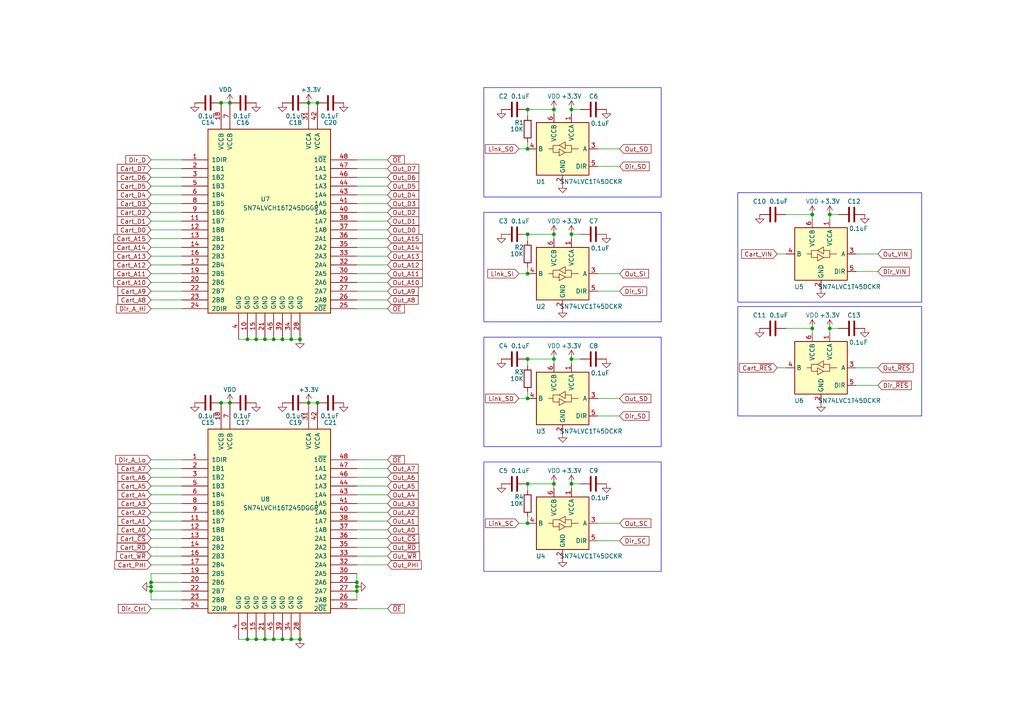
<source format=kicad_sch>
(kicad_sch (version 20230121) (generator eeschema)
  (paper "A4")
  (lib_symbols
    (symbol "Device:C" (pin_numbers hide) (pin_names (offset 0.254))
      (property "Reference" "C" (at 0.635 2.54 0))
      (property "Value" "C" (at 0.635 -2.54 0))
      (symbol "C_0_1"
        (polyline (pts (xy -2.032 -0.762) (xy 2.032 -0.762)) (stroke (width 0.508)))
        (polyline (pts (xy -2.032 0.762) (xy 2.032 0.762)) (stroke (width 0.508)))
      )
      (symbol "C_1_1"
        (pin passive line (at 0 3.81 270) (length 2.794) (name "~") (number "1"))
        (pin passive line (at 0 -3.81 90) (length 2.794) (name "~") (number "2"))
      )
    )
    (symbol "Device:R" (pin_numbers hide) (pin_names (offset 0))
      (property "Reference" "R" (at 2.032 0 90))
      (property "Value" "R" (at 0 0 90))
      (symbol "R_0_1"
        (rectangle (start -1.016 -2.54) (end 1.016 2.54) (stroke (width 0.254)))
      )
      (symbol "R_1_1"
        (pin passive line (at 0 3.81 270) (length 1.27) (name "~") (number "1"))
        (pin passive line (at 0 -3.81 90) (length 1.27) (name "~") (number "2"))
      )
    )
    (symbol "Logic_LevelTranslator:SN74LVC1T45DCK"
      (property "Reference" "U" (at -6.35 8.89 0))
      (property "Value" "SN74LVC1T45DCK" (at 3.81 8.89 0))
      (symbol "SN74LVC1T45DCK_0_1"
        (rectangle (start -7.62 7.62) (end 7.62 -7.62) (stroke (width 0.254)) (fill (type background)))
        (polyline (pts (xy -2.54 0) (xy -2.54 1.016) (xy -0.762 1.016)))
        (polyline (pts (xy 2.794 0) (xy 2.794 -1.016) (xy 1.016 -1.016)))
        (polyline (pts (xy -0.762 -1.016) (xy -2.54 -1.016) (xy -2.54 0) (xy -4.572 0)))
        (polyline (pts (xy -0.762 0) (xy -0.762 2.032) (xy 1.016 1.016) (xy -0.762 0)))
        (polyline (pts (xy 1.016 1.016) (xy 2.794 1.016) (xy 2.794 0) (xy 4.064 0)))
        (polyline (pts (xy 1.016 0) (xy 1.016 -1.778) (xy 1.016 -2.032) (xy -0.762 -1.016) (xy 1.016 0)))
      )
      (symbol "SN74LVC1T45DCK_1_1"
        (pin power_in line (at -2.54 10.16 270) (length 2.54) (name "VCCA") (number "1"))
        (pin power_in line (at 0 -10.16 90) (length 2.54) (name "GND") (number "2"))
        (pin bidirectional line (at -10.16 0 0) (length 2.54) (name "A") (number "3"))
        (pin bidirectional line (at 10.16 0 180) (length 2.54) (name "B") (number "4"))
        (pin input line (at -10.16 -5.08 0) (length 2.54) (name "DIR") (number "5"))
        (pin power_in line (at 2.54 10.16 270) (length 2.54) (name "VCCB") (number "6"))
      )
    )
    (symbol "Misc:74LVCH16T245" (pin_names (offset 1.016))
      (property "Reference" "U" (at -5.08 15.24 0))
      (property "Value" "74LVCH16T245" (at -3.81 11.43 0))
      (symbol "74LVCH16T245_1_0"
        (rectangle (start -21.59 30.48) (end 13.97 -22.86) (stroke (width 0.254)) (fill (type background)))
      )
      (symbol "74LVCH16T245_1_1"
        (pin bidirectional line (at -29.21 21.59 0) (length 7.62) (name "1DIR") (number "1"))
        (pin bidirectional line (at -10.16 -30.48 90) (length 7.62) (name "GND") (number "10"))
        (pin bidirectional line (at -29.21 3.81 0) (length 7.62) (name "1B7") (number "11"))
        (pin bidirectional line (at -29.21 1.27 0) (length 7.62) (name "1B8") (number "12"))
        (pin bidirectional line (at -29.21 -1.27 0) (length 7.62) (name "2B1") (number "13"))
        (pin bidirectional line (at -29.21 -3.81 0) (length 7.62) (name "2B2") (number "14"))
        (pin bidirectional line (at -7.62 -30.48 90) (length 7.62) (name "GND") (number "15"))
        (pin bidirectional line (at -29.21 -6.35 0) (length 7.62) (name "2B3") (number "16"))
        (pin bidirectional line (at -29.21 -8.89 0) (length 7.62) (name "2B4") (number "17"))
        (pin power_in line (at -17.78 38.1 270) (length 7.62) (name "VCCB") (number "18"))
        (pin bidirectional line (at -29.21 -11.43 0) (length 7.62) (name "2B5") (number "19"))
        (pin bidirectional line (at -29.21 19.05 0) (length 7.62) (name "1B1") (number "2"))
        (pin bidirectional line (at -29.21 -13.97 0) (length 7.62) (name "2B6") (number "20"))
        (pin bidirectional line (at -5.08 -30.48 90) (length 7.62) (name "GND") (number "21"))
        (pin bidirectional line (at -29.21 -16.51 0) (length 7.62) (name "2B7") (number "22"))
        (pin bidirectional line (at -29.21 -19.05 0) (length 7.62) (name "2B8") (number "23"))
        (pin bidirectional line (at -29.21 -21.59 0) (length 7.62) (name "2DIR") (number "24"))
        (pin bidirectional line (at 21.59 -21.59 180) (length 7.62) (name "2~{OE}") (number "25"))
        (pin bidirectional line (at 21.59 -19.05 180) (length 7.62) (name "2A8") (number "26"))
        (pin bidirectional line (at 21.59 -16.51 180) (length 7.62) (name "2A7") (number "27"))
        (pin bidirectional line (at 5.08 -30.48 90) (length 7.62) (name "GND") (number "28"))
        (pin bidirectional line (at 21.59 -13.97 180) (length 7.62) (name "2A6") (number "29"))
        (pin bidirectional line (at -29.21 16.51 0) (length 7.62) (name "1B2") (number "3"))
        (pin bidirectional line (at 21.59 -11.43 180) (length 7.62) (name "2A5") (number "30"))
        (pin power_in line (at 7.62 38.1 270) (length 7.62) (name "VCCA") (number "31"))
        (pin bidirectional line (at 21.59 -8.89 180) (length 7.62) (name "2A4") (number "32"))
        (pin bidirectional line (at 21.59 -6.35 180) (length 7.62) (name "2A3") (number "33"))
        (pin bidirectional line (at 2.54 -30.48 90) (length 7.62) (name "GND") (number "34"))
        (pin bidirectional line (at 21.59 -3.81 180) (length 7.62) (name "2A2") (number "35"))
        (pin bidirectional line (at 21.59 -1.27 180) (length 7.62) (name "2A1") (number "36"))
        (pin bidirectional line (at 21.59 1.27 180) (length 7.62) (name "1A8") (number "37"))
        (pin bidirectional line (at 21.59 3.81 180) (length 7.62) (name "1A7") (number "38"))
        (pin bidirectional line (at 0 -30.48 90) (length 7.62) (name "GND") (number "39"))
        (pin bidirectional line (at -12.7 -30.48 90) (length 7.62) (name "GND") (number "4"))
        (pin bidirectional line (at 21.59 6.35 180) (length 7.62) (name "1A6") (number "40"))
        (pin bidirectional line (at 21.59 8.89 180) (length 7.62) (name "1A5") (number "41"))
        (pin power_in line (at 10.16 38.1 270) (length 7.62) (name "VCCA") (number "42"))
        (pin bidirectional line (at 21.59 11.43 180) (length 7.62) (name "1A4") (number "43"))
        (pin bidirectional line (at 21.59 13.97 180) (length 7.62) (name "1A3") (number "44"))
        (pin bidirectional line (at -2.54 -30.48 90) (length 7.62) (name "GND") (number "45"))
        (pin bidirectional line (at 21.59 16.51 180) (length 7.62) (name "1A2") (number "46"))
        (pin bidirectional line (at 21.59 19.05 180) (length 7.62) (name "1A1") (number "47"))
        (pin bidirectional line (at 21.59 21.59 180) (length 7.62) (name "1~{OE}") (number "48"))
        (pin bidirectional line (at -29.21 13.97 0) (length 7.62) (name "1B3") (number "5"))
        (pin bidirectional line (at -29.21 11.43 0) (length 7.62) (name "1B4") (number "6"))
        (pin power_in line (at -15.24 38.1 270) (length 7.62) (name "VCCB") (number "7"))
        (pin bidirectional line (at -29.21 8.89 0) (length 7.62) (name "1B5") (number "8"))
        (pin bidirectional line (at -29.21 6.35 0) (length 7.62) (name "1B6") (number "9"))
      )
    )
    (symbol "power:+3.3V" (power) (pin_names (offset 0))
      (property "Value" "+3.3V" (at 0 3.556 0))
      (symbol "+3.3V_0_1"
        (polyline (pts (xy -0.762 1.27) (xy 0 2.54)))
        (polyline (pts (xy 0 0) (xy 0 2.54)))
        (polyline (pts (xy 0 2.54) (xy 0.762 1.27)))
      )
      (symbol "+3.3V_1_1"
        (pin power_in line (at 0 0 90) (length 0) hide (name "+3.3V") (number "1"))
      )
    )
    (symbol "power:GND" (power) (pin_names (offset 0))
      (property "Value" "GND" (at 0 -3.81 0))
      (symbol "GND_0_1"
        (polyline (pts (xy 0 0) (xy 0 -1.27) (xy 1.27 -1.27) (xy 0 -2.54) (xy -1.27 -1.27) (xy 0 -1.27)))
      )
      (symbol "GND_1_1"
        (pin power_in line (at 0 0 270) (length 0) hide (name "GND") (number "1"))
      )
    )
    (symbol "power:VDD" (power) (pin_names (offset 0))
      (property "Value" "VDD" (at 0 3.81 0))
      (symbol "VDD_0_1"
        (polyline (pts (xy -0.762 1.27) (xy 0 2.54)))
        (polyline (pts (xy 0 0) (xy 0 2.54)))
        (polyline (pts (xy 0 2.54) (xy 0.762 1.27)))
      )
      (symbol "VDD_1_1"
        (pin power_in line (at 0 0 90) (length 0) hide (name "VDD") (number "1"))
      )
    )
  )
  (junction (at 160.655 104.14))
  (junction (at 66.675 29.845))
  (junction (at 43.815 168.91))
  (junction (at 160.655 67.945))
  (junction (at 160.655 31.75))
  (junction (at 153.035 31.75))
  (junction (at 64.135 116.84))
  (junction (at 165.735 104.14))
  (junction (at 84.455 185.42))
  (junction (at 103.505 171.45))
  (junction (at 86.995 98.425))
  (junction (at 235.585 62.23))
  (junction (at 89.535 116.84))
  (junction (at 71.755 185.42))
  (junction (at 76.835 98.425))
  (junction (at 240.665 95.25))
  (junction (at 165.735 67.945))
  (junction (at 153.035 43.18))
  (junction (at 153.035 140.335))
  (junction (at 81.915 98.425))
  (junction (at 79.375 98.425))
  (junction (at 92.075 29.845))
  (junction (at 79.375 185.42))
  (junction (at 43.815 170.18))
  (junction (at 71.755 98.425))
  (junction (at 153.035 104.14))
  (junction (at 76.835 185.42))
  (junction (at 160.655 140.335))
  (junction (at 165.735 140.335))
  (junction (at 103.505 168.91))
  (junction (at 235.585 95.25))
  (junction (at 86.995 185.42))
  (junction (at 84.455 98.425))
  (junction (at 66.675 116.84))
  (junction (at 153.035 67.945))
  (junction (at 153.035 79.375))
  (junction (at 64.135 29.845))
  (junction (at 92.075 116.84))
  (junction (at 43.815 171.45))
  (junction (at 153.035 115.57))
  (junction (at 81.915 185.42))
  (junction (at 165.735 31.75))
  (junction (at 240.665 62.23))
  (junction (at 74.295 185.42))
  (junction (at 153.035 151.765))
  (junction (at 89.535 29.845))
  (junction (at 74.295 98.425))
  (junction (at 103.505 170.18))
  (wire (pts (xy 103.505 71.755) (xy 112.395 71.755)))
  (wire (pts (xy 103.505 140.97) (xy 112.395 140.97)))
  (wire (pts (xy 173.355 120.65) (xy 179.705 120.65)))
  (wire (pts (xy 43.815 146.05) (xy 52.705 146.05)))
  (wire (pts (xy 103.505 151.13) (xy 112.395 151.13)))
  (wire (pts (xy 103.505 163.83) (xy 112.395 163.83)))
  (wire (pts (xy 103.505 79.375) (xy 112.395 79.375)))
  (wire (pts (xy 43.815 170.18) (xy 43.815 171.45)))
  (wire (pts (xy 150.495 43.18) (xy 153.035 43.18)))
  (wire (pts (xy 103.505 148.59) (xy 112.395 148.59)))
  (wire (pts (xy 69.215 185.42) (xy 71.755 185.42)))
  (wire (pts (xy 168.275 104.14) (xy 165.735 104.14)))
  (wire (pts (xy 168.275 67.945) (xy 165.735 67.945)))
  (wire (pts (xy 160.655 67.945) (xy 160.655 69.215)))
  (wire (pts (xy 43.815 133.35) (xy 52.705 133.35)))
  (wire (pts (xy 150.495 79.375) (xy 153.035 79.375)))
  (wire (pts (xy 165.735 31.75) (xy 165.735 33.02)))
  (wire (pts (xy 43.815 71.755) (xy 52.705 71.755)))
  (wire (pts (xy 71.755 185.42) (xy 74.295 185.42)))
  (wire (pts (xy 103.505 61.595) (xy 112.395 61.595)))
  (wire (pts (xy 235.585 95.25) (xy 235.585 96.52)))
  (wire (pts (xy 89.535 29.845) (xy 92.075 29.845)))
  (wire (pts (xy 243.205 95.25) (xy 240.665 95.25)))
  (wire (pts (xy 103.505 84.455) (xy 112.395 84.455)))
  (wire (pts (xy 225.425 106.68) (xy 227.965 106.68)))
  (wire (pts (xy 43.815 46.355) (xy 52.705 46.355)))
  (wire (pts (xy 153.035 31.75) (xy 153.035 33.655)))
  (wire (pts (xy 43.815 59.055) (xy 52.705 59.055)))
  (wire (pts (xy 103.505 86.995) (xy 112.395 86.995)))
  (wire (pts (xy 153.035 41.275) (xy 153.035 43.18)))
  (wire (pts (xy 103.505 89.535) (xy 112.395 89.535)))
  (wire (pts (xy 79.375 185.42) (xy 81.915 185.42)))
  (wire (pts (xy 168.275 31.75) (xy 165.735 31.75)))
  (wire (pts (xy 43.815 51.435) (xy 52.705 51.435)))
  (wire (pts (xy 103.505 161.29) (xy 112.395 161.29)))
  (wire (pts (xy 173.355 115.57) (xy 179.705 115.57)))
  (wire (pts (xy 173.355 48.26) (xy 179.705 48.26)))
  (wire (pts (xy 227.965 62.23) (xy 235.585 62.23)))
  (wire (pts (xy 173.355 151.765) (xy 179.705 151.765)))
  (wire (pts (xy 43.815 79.375) (xy 52.705 79.375)))
  (wire (pts (xy 103.505 143.51) (xy 112.395 143.51)))
  (wire (pts (xy 43.815 61.595) (xy 52.705 61.595)))
  (wire (pts (xy 43.815 168.91) (xy 43.815 170.18)))
  (wire (pts (xy 43.815 135.89) (xy 52.705 135.89)))
  (wire (pts (xy 103.505 138.43) (xy 112.395 138.43)))
  (wire (pts (xy 103.505 69.215) (xy 112.395 69.215)))
  (wire (pts (xy 76.835 185.42) (xy 79.375 185.42)))
  (wire (pts (xy 84.455 98.425) (xy 86.995 98.425)))
  (wire (pts (xy 81.915 98.425) (xy 84.455 98.425)))
  (wire (pts (xy 248.285 106.68) (xy 254.635 106.68)))
  (wire (pts (xy 79.375 98.425) (xy 81.915 98.425)))
  (wire (pts (xy 43.815 163.83) (xy 52.705 163.83)))
  (wire (pts (xy 173.355 43.18) (xy 179.705 43.18)))
  (wire (pts (xy 43.815 81.915) (xy 52.705 81.915)))
  (wire (pts (xy 43.815 53.975) (xy 52.705 53.975)))
  (wire (pts (xy 160.655 31.75) (xy 160.655 33.02)))
  (wire (pts (xy 173.355 156.845) (xy 179.705 156.845)))
  (wire (pts (xy 43.815 138.43) (xy 52.705 138.43)))
  (wire (pts (xy 103.505 81.915) (xy 112.395 81.915)))
  (wire (pts (xy 153.035 77.47) (xy 153.035 79.375)))
  (wire (pts (xy 43.815 89.535) (xy 52.705 89.535)))
  (wire (pts (xy 43.815 143.51) (xy 52.705 143.51)))
  (wire (pts (xy 240.665 95.25) (xy 240.665 96.52)))
  (wire (pts (xy 103.505 171.45) (xy 103.505 173.99)))
  (wire (pts (xy 150.495 151.765) (xy 153.035 151.765)))
  (wire (pts (xy 43.815 166.37) (xy 52.705 166.37)))
  (wire (pts (xy 43.815 140.97) (xy 52.705 140.97)))
  (wire (pts (xy 248.285 78.74) (xy 254.635 78.74)))
  (wire (pts (xy 43.815 148.59) (xy 52.705 148.59)))
  (wire (pts (xy 43.815 158.75) (xy 52.705 158.75)))
  (wire (pts (xy 43.815 176.53) (xy 52.705 176.53)))
  (wire (pts (xy 227.965 95.25) (xy 235.585 95.25)))
  (wire (pts (xy 103.505 46.355) (xy 112.395 46.355)))
  (wire (pts (xy 84.455 185.42) (xy 86.995 185.42)))
  (wire (pts (xy 165.735 140.335) (xy 165.735 141.605)))
  (wire (pts (xy 74.295 185.42) (xy 76.835 185.42)))
  (wire (pts (xy 103.505 51.435) (xy 112.395 51.435)))
  (wire (pts (xy 43.815 64.135) (xy 52.705 64.135)))
  (wire (pts (xy 103.505 168.91) (xy 103.505 170.18)))
  (wire (pts (xy 103.505 176.53) (xy 112.395 176.53)))
  (wire (pts (xy 153.035 149.86) (xy 153.035 151.765)))
  (wire (pts (xy 103.505 64.135) (xy 112.395 64.135)))
  (wire (pts (xy 173.355 79.375) (xy 179.705 79.375)))
  (wire (pts (xy 103.505 66.675) (xy 112.395 66.675)))
  (wire (pts (xy 248.285 111.76) (xy 254.635 111.76)))
  (wire (pts (xy 74.295 98.425) (xy 76.835 98.425)))
  (wire (pts (xy 103.505 59.055) (xy 112.395 59.055)))
  (wire (pts (xy 43.815 66.675) (xy 52.705 66.675)))
  (wire (pts (xy 43.815 151.13) (xy 52.705 151.13)))
  (wire (pts (xy 153.035 67.945) (xy 153.035 69.85)))
  (wire (pts (xy 103.505 153.67) (xy 112.395 153.67)))
  (wire (pts (xy 153.035 113.665) (xy 153.035 115.57)))
  (wire (pts (xy 153.035 104.14) (xy 160.655 104.14)))
  (wire (pts (xy 43.815 173.99) (xy 52.705 173.99)))
  (wire (pts (xy 69.215 98.425) (xy 71.755 98.425)))
  (wire (pts (xy 150.495 115.57) (xy 153.035 115.57)))
  (wire (pts (xy 43.815 56.515) (xy 52.705 56.515)))
  (wire (pts (xy 165.735 67.945) (xy 165.735 69.215)))
  (wire (pts (xy 103.505 170.18) (xy 103.505 171.45)))
  (wire (pts (xy 103.505 53.975) (xy 112.395 53.975)))
  (wire (pts (xy 43.815 84.455) (xy 52.705 84.455)))
  (wire (pts (xy 165.735 104.14) (xy 165.735 105.41)))
  (wire (pts (xy 103.505 156.21) (xy 112.395 156.21)))
  (wire (pts (xy 153.035 140.335) (xy 160.655 140.335)))
  (wire (pts (xy 43.815 76.835) (xy 52.705 76.835)))
  (wire (pts (xy 81.915 185.42) (xy 84.455 185.42)))
  (wire (pts (xy 235.585 62.23) (xy 235.585 63.5)))
  (wire (pts (xy 243.205 62.23) (xy 240.665 62.23)))
  (wire (pts (xy 103.505 74.295) (xy 112.395 74.295)))
  (wire (pts (xy 168.275 140.335) (xy 165.735 140.335)))
  (wire (pts (xy 240.665 62.23) (xy 240.665 63.5)))
  (wire (pts (xy 173.355 84.455) (xy 179.705 84.455)))
  (wire (pts (xy 89.535 116.84) (xy 92.075 116.84)))
  (wire (pts (xy 160.655 104.14) (xy 160.655 105.41)))
  (wire (pts (xy 103.505 76.835) (xy 112.395 76.835)))
  (wire (pts (xy 43.815 153.67) (xy 52.705 153.67)))
  (wire (pts (xy 103.505 146.05) (xy 112.395 146.05)))
  (wire (pts (xy 160.655 140.335) (xy 160.655 141.605)))
  (wire (pts (xy 103.505 135.89) (xy 112.395 135.89)))
  (wire (pts (xy 153.035 104.14) (xy 153.035 106.045)))
  (wire (pts (xy 43.815 166.37) (xy 43.815 168.91)))
  (wire (pts (xy 103.505 158.75) (xy 112.395 158.75)))
  (wire (pts (xy 103.505 166.37) (xy 103.505 168.91)))
  (wire (pts (xy 43.815 69.215) (xy 52.705 69.215)))
  (wire (pts (xy 103.505 48.895) (xy 112.395 48.895)))
  (wire (pts (xy 76.835 98.425) (xy 79.375 98.425)))
  (wire (pts (xy 153.035 31.75) (xy 160.655 31.75)))
  (wire (pts (xy 225.425 73.66) (xy 227.965 73.66)))
  (wire (pts (xy 43.815 161.29) (xy 52.705 161.29)))
  (wire (pts (xy 153.035 140.335) (xy 153.035 142.24)))
  (wire (pts (xy 153.035 67.945) (xy 160.655 67.945)))
  (wire (pts (xy 43.815 86.995) (xy 52.705 86.995)))
  (wire (pts (xy 71.755 98.425) (xy 74.295 98.425)))
  (wire (pts (xy 43.815 74.295) (xy 52.705 74.295)))
  (wire (pts (xy 43.815 171.45) (xy 43.815 173.99)))
  (wire (pts (xy 248.285 73.66) (xy 254.635 73.66)))
  (wire (pts (xy 103.505 133.35) (xy 112.395 133.35)))
  (wire (pts (xy 103.505 56.515) (xy 112.395 56.515)))
  (wire (pts (xy 64.135 29.845) (xy 66.675 29.845)))
  (wire (pts (xy 43.815 168.91) (xy 52.705 168.91)))
  (wire (pts (xy 43.815 156.21) (xy 52.705 156.21)))
  (wire (pts (xy 64.135 116.84) (xy 66.675 116.84)))
  (wire (pts (xy 43.815 48.895) (xy 52.705 48.895)))
  (wire (pts (xy 43.815 171.45) (xy 52.705 171.45)))
  (rectangle (start 161.925 62.865) (end 161.925 62.865))
  (rectangle (start 161.925 99.06) (end 161.925 99.06))
  (rectangle (start 140.335 61.595) (end 191.77 93.345))
  (rectangle (start 213.995 55.88) (end 267.335 87.63))
  (rectangle (start 236.855 57.15) (end 236.855 57.15))
  (rectangle (start 236.855 90.17) (end 236.855 90.17))
  (rectangle (start 140.335 97.79) (end 191.77 129.54))
  (rectangle (start 161.925 135.255) (end 161.925 135.255))
  (rectangle (start 140.335 25.4) (end 191.77 57.15))
  (rectangle (start 140.335 133.985) (end 191.77 165.735))
  (rectangle (start 213.995 88.9) (end 267.335 120.65))
  (rectangle (start 161.925 26.67) (end 161.925 26.67))
  (global_label "Dir_SC" (shape input) (at 179.705 156.845 0) (property "Intersheetrefs" "${INTERSHEET_REFS}" (effects hide)))
  (global_label "Out_~{RD}" (shape input) (at 112.395 158.75 0) (property "Intersheetrefs" "${INTERSHEET_REFS}" (effects hide)))
  (global_label "Out_A9" (shape input) (at 112.395 84.455 0) (property "Intersheetrefs" "${INTERSHEET_REFS}" (effects hide)))
  (global_label "Cart_A2" (shape input) (at 43.815 148.59 180) (property "Intersheetrefs" "${INTERSHEET_REFS}" (effects hide)))
  (global_label "Cart_A1" (shape input) (at 43.815 151.13 180) (property "Intersheetrefs" "${INTERSHEET_REFS}" (effects hide)))
  (global_label "Cart_D3" (shape input) (at 43.815 59.055 180) (property "Intersheetrefs" "${INTERSHEET_REFS}" (effects hide)))
  (global_label "Out_A5" (shape input) (at 112.395 140.97 0) (property "Intersheetrefs" "${INTERSHEET_REFS}" (effects hide)))
  (global_label "Out_A13" (shape input) (at 112.395 74.295 0) (property "Intersheetrefs" "${INTERSHEET_REFS}" (effects hide)))
  (global_label "Dir_SI" (shape input) (at 179.705 84.455 0) (property "Intersheetrefs" "${INTERSHEET_REFS}" (effects hide)))
  (global_label "Cart_PHI" (shape input) (at 43.815 163.83 180) (property "Intersheetrefs" "${INTERSHEET_REFS}" (effects hide)))
  (global_label "~{OE}" (shape input) (at 112.395 46.355 0) (property "Intersheetrefs" "${INTERSHEET_REFS}" (effects hide)))
  (global_label "Out_D1" (shape input) (at 112.395 64.135 0) (property "Intersheetrefs" "${INTERSHEET_REFS}" (effects hide)))
  (global_label "Cart_D5" (shape input) (at 43.815 53.975 180) (property "Intersheetrefs" "${INTERSHEET_REFS}" (effects hide)))
  (global_label "Out_PHI" (shape input) (at 112.395 163.83 0) (property "Intersheetrefs" "${INTERSHEET_REFS}" (effects hide)))
  (global_label "Out_D6" (shape input) (at 112.395 51.435 0) (property "Intersheetrefs" "${INTERSHEET_REFS}" (effects hide)))
  (global_label "Out_A4" (shape input) (at 112.395 143.51 0) (property "Intersheetrefs" "${INTERSHEET_REFS}" (effects hide)))
  (global_label "Cart_A0" (shape input) (at 43.815 153.67 180) (property "Intersheetrefs" "${INTERSHEET_REFS}" (effects hide)))
  (global_label "Dir_VIN" (shape input) (at 254.635 78.74 0) (property "Intersheetrefs" "${INTERSHEET_REFS}" (effects hide)))
  (global_label "Dir_A_Lo" (shape input) (at 43.815 133.35 180) (property "Intersheetrefs" "${INTERSHEET_REFS}" (effects hide)))
  (global_label "Out_A12" (shape input) (at 112.395 76.835 0) (property "Intersheetrefs" "${INTERSHEET_REFS}" (effects hide)))
  (global_label "Out_A1" (shape input) (at 112.395 151.13 0) (property "Intersheetrefs" "${INTERSHEET_REFS}" (effects hide)))
  (global_label "Out_D7" (shape input) (at 112.395 48.895 0) (property "Intersheetrefs" "${INTERSHEET_REFS}" (effects hide)))
  (global_label "Out_A0" (shape input) (at 112.395 153.67 0) (property "Intersheetrefs" "${INTERSHEET_REFS}" (effects hide)))
  (global_label "Cart_A11" (shape input) (at 43.815 79.375 180) (property "Intersheetrefs" "${INTERSHEET_REFS}" (effects hide)))
  (global_label "Out_A14" (shape input) (at 112.395 71.755 0) (property "Intersheetrefs" "${INTERSHEET_REFS}" (effects hide)))
  (global_label "Cart_D1" (shape input) (at 43.815 64.135 180) (property "Intersheetrefs" "${INTERSHEET_REFS}" (effects hide)))
  (global_label "Out_D5" (shape input) (at 112.395 53.975 0) (property "Intersheetrefs" "${INTERSHEET_REFS}" (effects hide)))
  (global_label "Out_A15" (shape input) (at 112.395 69.215 0) (property "Intersheetrefs" "${INTERSHEET_REFS}" (effects hide)))
  (global_label "Dir_~{RES}" (shape input) (at 254.635 111.76 0) (property "Intersheetrefs" "${INTERSHEET_REFS}" (effects hide)))
  (global_label "Cart_A13" (shape input) (at 43.815 74.295 180) (property "Intersheetrefs" "${INTERSHEET_REFS}" (effects hide)))
  (global_label "Out_A3" (shape input) (at 112.395 146.05 0) (property "Intersheetrefs" "${INTERSHEET_REFS}" (effects hide)))
  (global_label "Cart_D4" (shape input) (at 43.815 56.515 180) (property "Intersheetrefs" "${INTERSHEET_REFS}" (effects hide)))
  (global_label "Dir_A_Hi" (shape input) (at 43.815 89.535 180) (property "Intersheetrefs" "${INTERSHEET_REFS}" (effects hide)))
  (global_label "Out_VIN" (shape input) (at 254.635 73.66 0) (property "Intersheetrefs" "${INTERSHEET_REFS}" (effects hide)))
  (global_label "Out_~{WR}" (shape input) (at 112.395 161.29 0) (property "Intersheetrefs" "${INTERSHEET_REFS}" (effects hide)))
  (global_label "Out_SO" (shape input) (at 179.705 43.18 0) (property "Intersheetrefs" "${INTERSHEET_REFS}" (effects hide)))
  (global_label "Link_SD" (shape input) (at 150.495 115.57 180) (property "Intersheetrefs" "${INTERSHEET_REFS}" (effects hide)))
  (global_label "Out_D2" (shape input) (at 112.395 61.595 0) (property "Intersheetrefs" "${INTERSHEET_REFS}" (effects hide)))
  (global_label "Cart_A3" (shape input) (at 43.815 146.05 180) (property "Intersheetrefs" "${INTERSHEET_REFS}" (effects hide)))
  (global_label "Link_SI" (shape input) (at 150.495 79.375 180) (property "Intersheetrefs" "${INTERSHEET_REFS}" (effects hide)))
  (global_label "~{OE}" (shape input) (at 112.395 89.535 0) (property "Intersheetrefs" "${INTERSHEET_REFS}" (effects hide)))
  (global_label "Out_SD" (shape input) (at 179.705 115.57 0) (property "Intersheetrefs" "${INTERSHEET_REFS}" (effects hide)))
  (global_label "Cart_~{CS}" (shape input) (at 43.815 156.21 180) (property "Intersheetrefs" "${INTERSHEET_REFS}" (effects hide)))
  (global_label "Cart_D0" (shape input) (at 43.815 66.675 180) (property "Intersheetrefs" "${INTERSHEET_REFS}" (effects hide)))
  (global_label "Out_~{CS}" (shape input) (at 112.395 156.21 0) (property "Intersheetrefs" "${INTERSHEET_REFS}" (effects hide)))
  (global_label "Cart_A7" (shape input) (at 43.815 135.89 180) (property "Intersheetrefs" "${INTERSHEET_REFS}" (effects hide)))
  (global_label "Out_D3" (shape input) (at 112.395 59.055 0) (property "Intersheetrefs" "${INTERSHEET_REFS}" (effects hide)))
  (global_label "Cart_A10" (shape input) (at 43.815 81.915 180) (property "Intersheetrefs" "${INTERSHEET_REFS}" (effects hide)))
  (global_label "Cart_A8" (shape input) (at 43.815 86.995 180) (property "Intersheetrefs" "${INTERSHEET_REFS}" (effects hide)))
  (global_label "Out_A7" (shape input) (at 112.395 135.89 0) (property "Intersheetrefs" "${INTERSHEET_REFS}" (effects hide)))
  (global_label "Dir_Ctrl" (shape input) (at 43.815 176.53 180) (property "Intersheetrefs" "${INTERSHEET_REFS}" (effects hide)))
  (global_label "Cart_~{RES}" (shape input) (at 225.425 106.68 180) (property "Intersheetrefs" "${INTERSHEET_REFS}" (effects hide)))
  (global_label "Out_SI" (shape input) (at 179.705 79.375 0) (property "Intersheetrefs" "${INTERSHEET_REFS}" (effects hide)))
  (global_label "Link_SO" (shape input) (at 150.495 43.18 180) (property "Intersheetrefs" "${INTERSHEET_REFS}" (effects hide)))
  (global_label "Out_D0" (shape input) (at 112.395 66.675 0) (property "Intersheetrefs" "${INTERSHEET_REFS}" (effects hide)))
  (global_label "~{OE}" (shape input) (at 112.395 133.35 0) (property "Intersheetrefs" "${INTERSHEET_REFS}" (effects hide)))
  (global_label "Out_A6" (shape input) (at 112.395 138.43 0) (property "Intersheetrefs" "${INTERSHEET_REFS}" (effects hide)))
  (global_label "Cart_~{RD}" (shape input) (at 43.815 158.75 180) (property "Intersheetrefs" "${INTERSHEET_REFS}" (effects hide)))
  (global_label "Out_SC" (shape input) (at 179.705 151.765 0) (property "Intersheetrefs" "${INTERSHEET_REFS}" (effects hide)))
  (global_label "Dir_D" (shape input) (at 43.815 46.355 180) (property "Intersheetrefs" "${INTERSHEET_REFS}" (effects hide)))
  (global_label "Dir_SD" (shape input) (at 179.705 120.65 0) (property "Intersheetrefs" "${INTERSHEET_REFS}" (effects hide)))
  (global_label "Cart_VIN" (shape input) (at 225.425 73.66 180) (property "Intersheetrefs" "${INTERSHEET_REFS}" (effects hide)))
  (global_label "Cart_D2" (shape input) (at 43.815 61.595 180) (property "Intersheetrefs" "${INTERSHEET_REFS}" (effects hide)))
  (global_label "Out_D4" (shape input) (at 112.395 56.515 0) (property "Intersheetrefs" "${INTERSHEET_REFS}" (effects hide)))
  (global_label "Out_A2" (shape input) (at 112.395 148.59 0) (property "Intersheetrefs" "${INTERSHEET_REFS}" (effects hide)))
  (global_label "Dir_SO" (shape input) (at 179.705 48.26 0) (property "Intersheetrefs" "${INTERSHEET_REFS}" (effects hide)))
  (global_label "Cart_A4" (shape input) (at 43.815 143.51 180) (property "Intersheetrefs" "${INTERSHEET_REFS}" (effects hide)))
  (global_label "Link_SC" (shape input) (at 150.495 151.765 180) (property "Intersheetrefs" "${INTERSHEET_REFS}" (effects hide)))
  (global_label "Out_A8" (shape input) (at 112.395 86.995 0) (property "Intersheetrefs" "${INTERSHEET_REFS}" (effects hide)))
  (global_label "Out_A11" (shape input) (at 112.395 79.375 0) (property "Intersheetrefs" "${INTERSHEET_REFS}" (effects hide)))
  (global_label "~{OE}" (shape input) (at 112.395 176.53 0) (property "Intersheetrefs" "${INTERSHEET_REFS}" (effects hide)))
  (global_label "Cart_A12" (shape input) (at 43.815 76.835 180) (property "Intersheetrefs" "${INTERSHEET_REFS}" (effects hide)))
  (global_label "Cart_A9" (shape input) (at 43.815 84.455 180) (property "Intersheetrefs" "${INTERSHEET_REFS}" (effects hide)))
  (global_label "Cart_~{WR}" (shape input) (at 43.815 161.29 180) (property "Intersheetrefs" "${INTERSHEET_REFS}" (effects hide)))
  (global_label "Out_A10" (shape input) (at 112.395 81.915 0) (property "Intersheetrefs" "${INTERSHEET_REFS}" (effects hide)))
  (global_label "Cart_D6" (shape input) (at 43.815 51.435 180) (property "Intersheetrefs" "${INTERSHEET_REFS}" (effects hide)))
  (global_label "Cart_D7" (shape input) (at 43.815 48.895 180) (property "Intersheetrefs" "${INTERSHEET_REFS}" (effects hide)))
  (global_label "Cart_A15" (shape input) (at 43.815 69.215 180) (property "Intersheetrefs" "${INTERSHEET_REFS}" (effects hide)))
  (global_label "Out_~{RES}" (shape input) (at 254.635 106.68 0) (property "Intersheetrefs" "${INTERSHEET_REFS}" (effects hide)))
  (global_label "Cart_A5" (shape input) (at 43.815 140.97 180) (property "Intersheetrefs" "${INTERSHEET_REFS}" (effects hide)))
  (global_label "Cart_A6" (shape input) (at 43.815 138.43 180) (property "Intersheetrefs" "${INTERSHEET_REFS}" (effects hide)))
  (global_label "Cart_A14" (shape input) (at 43.815 71.755 180) (property "Intersheetrefs" "${INTERSHEET_REFS}" (effects hide)))
  (symbol (lib_id "Logic_LevelTranslator:SN74LVC1T45DCK") (at 163.195 43.18 0) (mirror y) (unit 1)
    (property "Reference" "U1" (at 156.845 52.705 0))
    (property "Value" "SN74LVC1T45DCKR" (at 171.45 52.705 0))
    (property "Footprint" "Package_TO_SOT_SMD:SOT-363_SC-70-6" (effects hide))
    (property "Datasheet" "http://www.ti.com/lit/ds/symlink/sn74lvc1t45.pdf" (effects hide))
    (property "LCSC" "C9382" (effects hide))
    (instances (project "PCB" (path "" (reference "U1") (unit 1)) (path "" (reference "U3") (unit 1))))
  )
  (symbol (lib_id "power:GND") (at 163.195 53.34 0) (unit 1)
    (property "Reference" "#PWR014" (effects hide))
    (property "Value" "GND" (effects hide))
    (instances (project "PCB" (path "" (reference "#PWR014") (unit 1)) (path "" (reference "#PWR049") (unit 1))))
  )
  (symbol (lib_id "Logic_LevelTranslator:SN74LVC1T45DCK") (at 238.125 106.68 0) (mirror y) (unit 1)
    (property "Reference" "U6" (at 231.775 116.205 0))
    (property "Value" "SN74LVC1T45DCKR" (at 246.38 116.205 0))
    (property "Footprint" "Package_TO_SOT_SMD:SOT-363_SC-70-6" (effects hide))
    (property "Datasheet" "http://www.ti.com/lit/ds/symlink/sn74lvc1t45.pdf" (effects hide))
    (property "LCSC" "C9382" (effects hide))
    (instances (project "PCB" (path "" (reference "U6") (unit 1)) (path "" (reference "U8") (unit 1))))
  )
  (symbol (lib_id "Device:C") (at 70.485 29.845 90) (unit 1)
    (property "Reference" "C16" (at 72.39 35.56 90) (effects (justify left)))
    (property "Value" "0.1uF" (at 73.025 33.655 90) (effects (justify left)))
    (property "Footprint" "Capacitor_SMD:C_0402_1005Metric" (effects hide))
    (property "LCSC" "C1525" (effects hide))
    (instances (project "PCB" (path "" (reference "C16") (unit 1)) (path "" (reference "C7") (unit 1))))
  )
  (symbol (lib_id "power:GND") (at 99.695 116.84 0) (unit 1)
    (property "Reference" "#PWR050" (effects hide))
    (property "Value" "GND" (effects hide))
    (instances (project "PCB" (path "" (reference "#PWR050") (unit 1)) (path "" (reference "#PWR039") (unit 1))))
  )
  (symbol (lib_id "power:VDD") (at 66.675 116.84 0) (unit 1)
    (property "Reference" "#PWR040" (effects hide))
    (property "Value" "VDD" (at 66.675 113.03 0))
    (instances (project "PCB" (path "" (reference "#PWR040") (unit 1)) (path "" (reference "#PWR029") (unit 1))))
  )
  (symbol (lib_id "power:VDD") (at 235.585 95.25 0) (unit 1)
    (property "Reference" "#PWR029" (effects hide))
    (property "Value" "VDD" (at 235.585 91.44 0))
    (instances (project "PCB" (path "" (reference "#PWR029") (unit 1)) (path "" (reference "#PWR064") (unit 1))))
  )
  (symbol (lib_id "Device:C") (at 224.155 62.23 90) (unit 1)
    (property "Reference" "C10" (at 222.25 58.42 90) (effects (justify left)))
    (property "Value" "0.1uF" (at 228.6 58.42 90) (effects (justify left)))
    (property "Footprint" "Capacitor_SMD:C_0402_1005Metric" (effects hide))
    (property "LCSC" "C1525" (effects hide))
    (instances (project "PCB" (path "" (reference "C10") (unit 1)) (path "" (reference "C21") (unit 1))))
  )
  (symbol (lib_id "Device:C") (at 149.225 140.335 90) (unit 1)
    (property "Reference" "C5" (at 147.32 136.525 90) (effects (justify left)))
    (property "Value" "0.1uF" (at 153.67 136.525 90) (effects (justify left)))
    (property "Footprint" "Capacitor_SMD:C_0402_1005Metric" (effects hide))
    (property "LCSC" "C1525" (effects hide))
    (instances (project "PCB" (path "" (reference "C5") (unit 1)) (path "" (reference "C16") (unit 1))))
  )
  (symbol (lib_id "power:GND") (at 250.825 62.23 0) (unit 1)
    (property "Reference" "#PWR034" (effects hide))
    (property "Value" "GND" (effects hide))
    (instances (project "PCB" (path "" (reference "#PWR034") (unit 1)) (path "" (reference "#PWR069") (unit 1))))
  )
  (symbol (lib_id "power:GND") (at 175.895 31.75 0) (unit 1)
    (property "Reference" "#PWR022" (effects hide))
    (property "Value" "GND" (effects hide))
    (instances (project "PCB" (path "" (reference "#PWR022") (unit 1)) (path "" (reference "#PWR057") (unit 1))))
  )
  (symbol (lib_id "Device:C") (at 172.085 104.14 270) (mirror x) (unit 1)
    (property "Reference" "C8" (at 170.815 100.33 90) (effects (justify left)))
    (property "Value" "0.1uF" (at 171.323 108.204 90) (effects (justify left)))
    (property "Footprint" "Capacitor_SMD:C_0402_1005Metric" (effects hide))
    (property "LCSC" "C1525" (effects hide))
    (instances (project "PCB" (path "" (reference "C8") (unit 1)) (path "" (reference "C19") (unit 1))))
  )
  (symbol (lib_id "power:GND") (at 238.125 83.82 0) (unit 1)
    (property "Reference" "#PWR031" (effects hide))
    (property "Value" "GND" (effects hide))
    (instances (project "PCB" (path "" (reference "#PWR031") (unit 1)) (path "" (reference "#PWR065") (unit 1))))
  )
  (symbol (lib_id "Device:C") (at 70.485 116.84 90) (unit 1)
    (property "Reference" "C17" (at 72.39 122.555 90) (effects (justify left)))
    (property "Value" "0.1uF" (at 73.025 120.65 90) (effects (justify left)))
    (property "Footprint" "Capacitor_SMD:C_0402_1005Metric" (effects hide))
    (property "LCSC" "C1525" (effects hide))
    (instances (project "PCB" (path "" (reference "C17") (unit 1)) (path "" (reference "C8") (unit 1))))
  )
  (symbol (lib_id "Logic_LevelTranslator:SN74LVC1T45DCK") (at 163.195 79.375 0) (mirror y) (unit 1)
    (property "Reference" "U2" (at 156.845 88.9 0))
    (property "Value" "SN74LVC1T45DCKR" (at 171.45 88.9 0))
    (property "Footprint" "Package_TO_SOT_SMD:SOT-363_SC-70-6" (effects hide))
    (property "Datasheet" "http://www.ti.com/lit/ds/symlink/sn74lvc1t45.pdf" (effects hide))
    (property "LCSC" "C9382" (effects hide))
    (instances (project "PCB" (path "" (reference "U2") (unit 1)) (path "" (reference "U4") (unit 1))))
  )
  (symbol (lib_id "Device:C") (at 247.015 62.23 270) (mirror x) (unit 1)
    (property "Reference" "C12" (at 245.745 58.42 90) (effects (justify left)))
    (property "Value" "0.1uF" (at 246.253 66.294 90) (effects (justify left)))
    (property "Footprint" "Capacitor_SMD:C_0402_1005Metric" (effects hide))
    (property "LCSC" "C1525" (effects hide))
    (instances (project "PCB" (path "" (reference "C12") (unit 1)) (path "" (reference "C23") (unit 1))))
  )
  (symbol (lib_id "Device:C") (at 85.725 29.845 90) (unit 1)
    (property "Reference" "C18" (at 87.63 35.56 90) (effects (justify left)))
    (property "Value" "0.1uF" (at 88.265 33.655 90) (effects (justify left)))
    (property "Footprint" "Capacitor_SMD:C_0402_1005Metric" (effects hide))
    (property "LCSC" "C1525" (effects hide))
    (instances (project "PCB" (path "" (reference "C18") (unit 1)) (path "" (reference "C9") (unit 1))))
  )
  (symbol (lib_id "Device:C") (at 149.225 31.75 90) (unit 1)
    (property "Reference" "C2" (at 147.32 27.94 90) (effects (justify left)))
    (property "Value" "0.1uF" (at 153.67 27.94 90) (effects (justify left)))
    (property "Footprint" "Capacitor_SMD:C_0402_1005Metric" (effects hide))
    (property "LCSC" "C1525" (effects hide))
    (instances (project "PCB" (path "" (reference "C2") (unit 1)) (path "" (reference "C13") (unit 1))))
  )
  (symbol (lib_id "power:GND") (at 81.915 29.845 0) (unit 1)
    (property "Reference" "#PWR043" (effects hide))
    (property "Value" "GND" (effects hide))
    (instances (project "PCB" (path "" (reference "#PWR043") (unit 1)) (path "" (reference "#PWR032") (unit 1))))
  )
  (symbol (lib_id "power:+3.3V") (at 165.735 140.335 0) (unit 1)
    (property "Reference" "#PWR021" (effects hide))
    (property "Value" "+3.3V" (at 165.735 136.525 0))
    (instances (project "PCB" (path "" (reference "#PWR021") (unit 1)) (path "" (reference "#PWR056") (unit 1))))
  )
  (symbol (lib_id "power:GND") (at 56.515 116.84 0) (unit 1)
    (property "Reference" "#PWR038" (effects hide))
    (property "Value" "GND" (effects hide))
    (instances (project "PCB" (path "" (reference "#PWR038") (unit 1)) (path "" (reference "#PWR027") (unit 1))))
  )
  (symbol (lib_id "Device:C") (at 60.325 29.845 90) (unit 1)
    (property "Reference" "C14" (at 62.23 35.56 90) (effects (justify left)))
    (property "Value" "0.1uF" (at 62.865 33.655 90) (effects (justify left)))
    (property "Footprint" "Capacitor_SMD:C_0402_1005Metric" (effects hide))
    (property "LCSC" "C1525" (effects hide))
    (instances (project "PCB" (path "" (reference "C14") (unit 1)) (path "" (reference "C5") (unit 1))))
  )
  (symbol (lib_id "power:GND") (at 86.995 98.425 0) (unit 1)
    (property "Reference" "#PWR045" (effects hide))
    (property "Value" "GND" (effects hide))
    (instances (project "PCB" (path "" (reference "#PWR045") (unit 1)) (path "" (reference "#PWR034") (unit 1))))
  )
  (symbol (lib_id "power:GND") (at 56.515 29.845 0) (unit 1)
    (property "Reference" "#PWR037" (effects hide))
    (property "Value" "GND" (effects hide))
    (instances (project "PCB" (path "" (reference "#PWR037") (unit 1)) (path "" (reference "#PWR026") (unit 1))))
  )
  (symbol (lib_id "power:VDD") (at 66.675 29.845 0) (unit 1)
    (property "Reference" "#PWR039" (effects hide))
    (property "Value" "VDD" (at 65.405 26.035 0))
    (instances (project "PCB" (path "" (reference "#PWR039") (unit 1)) (path "" (reference "#PWR028") (unit 1))))
  )
  (symbol (lib_id "power:GND") (at 43.815 170.18 270) (unit 1)
    (property "Reference" "#PWR036" (effects hide))
    (property "Value" "GND" (effects hide))
    (instances (project "PCB" (path "" (reference "#PWR036") (unit 1)) (path "" (reference "#PWR025") (unit 1))))
  )
  (symbol (lib_id "power:+3.3V") (at 165.735 104.14 0) (unit 1)
    (property "Reference" "#PWR020" (effects hide))
    (property "Value" "+3.3V" (at 165.735 100.33 0))
    (instances (project "PCB" (path "" (reference "#PWR020") (unit 1)) (path "" (reference "#PWR055") (unit 1))))
  )
  (symbol (lib_id "power:GND") (at 145.415 140.335 0) (unit 1)
    (property "Reference" "#PWR09" (effects hide))
    (property "Value" "GND" (effects hide))
    (instances (project "PCB" (path "" (reference "#PWR09") (unit 1)) (path "" (reference "#PWR044") (unit 1))))
  )
  (symbol (lib_id "Device:C") (at 172.085 140.335 270) (mirror x) (unit 1)
    (property "Reference" "C9" (at 170.815 136.525 90) (effects (justify left)))
    (property "Value" "0.1uF" (at 171.323 144.399 90) (effects (justify left)))
    (property "Footprint" "Capacitor_SMD:C_0402_1005Metric" (effects hide))
    (property "LCSC" "C1525" (effects hide))
    (instances (project "PCB" (path "" (reference "C9") (unit 1)) (path "" (reference "C20") (unit 1))))
  )
  (symbol (lib_id "power:GND") (at 74.295 29.845 0) (unit 1)
    (property "Reference" "#PWR041" (effects hide))
    (property "Value" "GND" (effects hide))
    (instances (project "PCB" (path "" (reference "#PWR041") (unit 1)) (path "" (reference "#PWR030") (unit 1))))
  )
  (symbol (lib_id "Device:C") (at 149.225 104.14 90) (unit 1)
    (property "Reference" "C4" (at 147.32 100.33 90) (effects (justify left)))
    (property "Value" "0.1uF" (at 153.67 100.33 90) (effects (justify left)))
    (property "Footprint" "Capacitor_SMD:C_0402_1005Metric" (effects hide))
    (property "LCSC" "C1525" (effects hide))
    (instances (project "PCB" (path "" (reference "C4") (unit 1)) (path "" (reference "C15") (unit 1))))
  )
  (symbol (lib_id "Device:C") (at 95.885 116.84 90) (unit 1)
    (property "Reference" "C21" (at 97.79 122.555 90) (effects (justify left)))
    (property "Value" "0.1uF" (at 98.425 120.65 90) (effects (justify left)))
    (property "Footprint" "Capacitor_SMD:C_0402_1005Metric" (effects hide))
    (property "LCSC" "C1525" (effects hide))
    (instances (project "PCB" (path "" (reference "C21") (unit 1)) (path "" (reference "C12") (unit 1))))
  )
  (symbol (lib_id "power:+3.3V") (at 89.535 116.84 0) (unit 1)
    (property "Reference" "#PWR048" (effects hide))
    (property "Value" "+3.3V" (at 89.535 113.03 0))
    (instances (project "PCB" (path "" (reference "#PWR048") (unit 1)) (path "" (reference "#PWR037") (unit 1))))
  )
  (symbol (lib_id "power:GND") (at 74.295 116.84 0) (unit 1)
    (property "Reference" "#PWR042" (effects hide))
    (property "Value" "GND" (effects hide))
    (instances (project "PCB" (path "" (reference "#PWR042") (unit 1)) (path "" (reference "#PWR031") (unit 1))))
  )
  (symbol (lib_id "Device:R") (at 153.035 37.465 0) (unit 1)
    (property "Reference" "R1" (at 149.225 35.56 0) (effects (justify left)))
    (property "Value" "10K" (at 147.955 37.465 0) (effects (justify left)))
    (property "Footprint" "Resistor_SMD:R_0402_1005Metric" (effects hide))
    (property "LCSC" "C25744" (effects hide))
    (instances (project "PCB" (path "" (reference "R1") (unit 1)) (path "" (reference "R12") (unit 1))))
  )
  (symbol (lib_id "Device:C") (at 60.325 116.84 90) (unit 1)
    (property "Reference" "C15" (at 62.23 122.555 90) (effects (justify left)))
    (property "Value" "0.1uF" (at 62.865 120.65 90) (effects (justify left)))
    (property "Footprint" "Capacitor_SMD:C_0402_1005Metric" (effects hide))
    (property "LCSC" "C1525" (effects hide))
    (instances (project "PCB" (path "" (reference "C15") (unit 1)) (path "" (reference "C6") (unit 1))))
  )
  (symbol (lib_id "Device:C") (at 172.085 31.75 270) (mirror x) (unit 1)
    (property "Reference" "C6" (at 170.815 27.94 90) (effects (justify left)))
    (property "Value" "0.1uF" (at 171.323 35.814 90) (effects (justify left)))
    (property "Footprint" "Capacitor_SMD:C_0402_1005Metric" (effects hide))
    (property "LCSC" "C1525" (effects hide))
    (instances (project "PCB" (path "" (reference "C6") (unit 1)) (path "" (reference "C17") (unit 1))))
  )
  (symbol (lib_id "power:GND") (at 220.345 62.23 0) (unit 1)
    (property "Reference" "#PWR026" (effects hide))
    (property "Value" "GND" (effects hide))
    (instances (project "PCB" (path "" (reference "#PWR026") (unit 1)) (path "" (reference "#PWR061") (unit 1))))
  )
  (symbol (lib_id "power:GND") (at 81.915 116.84 0) (unit 1)
    (property "Reference" "#PWR044" (effects hide))
    (property "Value" "GND" (effects hide))
    (instances (project "PCB" (path "" (reference "#PWR044") (unit 1)) (path "" (reference "#PWR033") (unit 1))))
  )
  (symbol (lib_id "Logic_LevelTranslator:SN74LVC1T45DCK") (at 163.195 115.57 0) (mirror y) (unit 1)
    (property "Reference" "U3" (at 156.845 125.095 0))
    (property "Value" "SN74LVC1T45DCKR" (at 171.45 125.095 0))
    (property "Footprint" "Package_TO_SOT_SMD:SOT-363_SC-70-6" (effects hide))
    (property "Datasheet" "http://www.ti.com/lit/ds/symlink/sn74lvc1t45.pdf" (effects hide))
    (property "LCSC" "C9382" (effects hide))
    (instances (project "PCB" (path "" (reference "U3") (unit 1)) (path "" (reference "U5") (unit 1))))
  )
  (symbol (lib_id "Device:C") (at 172.085 67.945 270) (mirror x) (unit 1)
    (property "Reference" "C7" (at 170.815 64.135 90) (effects (justify left)))
    (property "Value" "0.1uF" (at 171.323 72.009 90) (effects (justify left)))
    (property "Footprint" "Capacitor_SMD:C_0402_1005Metric" (effects hide))
    (property "LCSC" "C1525" (effects hide))
    (instances (project "PCB" (path "" (reference "C7") (unit 1)) (path "" (reference "C18") (unit 1))))
  )
  (symbol (lib_id "Device:R") (at 153.035 73.66 0) (unit 1)
    (property "Reference" "R2" (at 149.225 71.755 0) (effects (justify left)))
    (property "Value" "10K" (at 147.955 73.66 0) (effects (justify left)))
    (property "Footprint" "Resistor_SMD:R_0402_1005Metric" (effects hide))
    (property "LCSC" "C25744" (effects hide))
    (instances (project "PCB" (path "" (reference "R2") (unit 1)) (path "" (reference "R13") (unit 1))))
  )
  (symbol (lib_id "power:VDD") (at 160.655 31.75 0) (unit 1)
    (property "Reference" "#PWR010" (effects hide))
    (property "Value" "VDD" (at 160.655 27.94 0))
    (instances (project "PCB" (path "" (reference "#PWR010") (unit 1)) (path "" (reference "#PWR045") (unit 1))))
  )
  (symbol (lib_id "power:GND") (at 163.195 161.925 0) (unit 1)
    (property "Reference" "#PWR017" (effects hide))
    (property "Value" "GND" (effects hide))
    (instances (project "PCB" (path "" (reference "#PWR017") (unit 1)) (path "" (reference "#PWR052") (unit 1))))
  )
  (symbol (lib_id "power:+3.3V") (at 240.665 62.23 0) (unit 1)
    (property "Reference" "#PWR032" (effects hide))
    (property "Value" "+3.3V" (at 240.665 58.42 0))
    (instances (project "PCB" (path "" (reference "#PWR032") (unit 1)) (path "" (reference "#PWR067") (unit 1))))
  )
  (symbol (lib_id "power:GND") (at 145.415 31.75 0) (unit 1)
    (property "Reference" "#PWR06" (effects hide))
    (property "Value" "GND" (effects hide))
    (instances (project "PCB" (path "" (reference "#PWR06") (unit 1)) (path "" (reference "#PWR041") (unit 1))))
  )
  (symbol (lib_id "power:GND") (at 145.415 104.14 0) (unit 1)
    (property "Reference" "#PWR08" (effects hide))
    (property "Value" "GND" (effects hide))
    (instances (project "PCB" (path "" (reference "#PWR08") (unit 1)) (path "" (reference "#PWR043") (unit 1))))
  )
  (symbol (lib_id "Device:R") (at 153.035 109.855 0) (unit 1)
    (property "Reference" "R3" (at 149.225 107.95 0) (effects (justify left)))
    (property "Value" "10K" (at 147.955 109.855 0) (effects (justify left)))
    (property "Footprint" "Resistor_SMD:R_0402_1005Metric" (effects hide))
    (property "LCSC" "C25744" (effects hide))
    (instances (project "PCB" (path "" (reference "R3") (unit 1)) (path "" (reference "R14") (unit 1))))
  )
  (symbol (lib_id "Device:C") (at 149.225 67.945 90) (unit 1)
    (property "Reference" "C3" (at 147.32 64.135 90) (effects (justify left)))
    (property "Value" "0.1uF" (at 153.67 64.135 90) (effects (justify left)))
    (property "Footprint" "Capacitor_SMD:C_0402_1005Metric" (effects hide))
    (property "LCSC" "C1525" (effects hide))
    (instances (project "PCB" (path "" (reference "C3") (unit 1)) (path "" (reference "C14") (unit 1))))
  )
  (symbol (lib_id "Device:C") (at 247.015 95.25 270) (mirror x) (unit 1)
    (property "Reference" "C13" (at 245.745 91.44 90) (effects (justify left)))
    (property "Value" "0.1uF" (at 246.253 99.314 90) (effects (justify left)))
    (property "Footprint" "Capacitor_SMD:C_0402_1005Metric" (effects hide))
    (property "LCSC" "C1525" (effects hide))
    (instances (project "PCB" (path "" (reference "C13") (unit 1)) (path "" (reference "C24") (unit 1))))
  )
  (symbol (lib_id "power:GND") (at 238.125 116.84 0) (unit 1)
    (property "Reference" "#PWR031" (effects hide))
    (property "Value" "GND" (effects hide))
    (instances (project "PCB" (path "" (reference "#PWR031") (unit 1)) (path "" (reference "#PWR066") (unit 1))))
  )
  (symbol (lib_id "power:GND") (at 220.345 95.25 0) (unit 1)
    (property "Reference" "#PWR027" (effects hide))
    (property "Value" "GND" (effects hide))
    (instances (project "PCB" (path "" (reference "#PWR027") (unit 1)) (path "" (reference "#PWR062") (unit 1))))
  )
  (symbol (lib_id "power:GND") (at 99.695 29.845 0) (unit 1)
    (property "Reference" "#PWR049" (effects hide))
    (property "Value" "GND" (effects hide))
    (instances (project "PCB" (path "" (reference "#PWR049") (unit 1)) (path "" (reference "#PWR038") (unit 1))))
  )
  (symbol (lib_id "power:GND") (at 103.505 170.18 90) (unit 1)
    (property "Reference" "#PWR051" (effects hide))
    (property "Value" "GND" (effects hide))
    (instances (project "PCB" (path "" (reference "#PWR051") (unit 1)) (path "" (reference "#PWR040") (unit 1))))
  )
  (symbol (lib_id "Device:C") (at 224.155 95.25 90) (unit 1)
    (property "Reference" "C11" (at 222.25 91.44 90) (effects (justify left)))
    (property "Value" "0.1uF" (at 228.6 91.44 90) (effects (justify left)))
    (property "Footprint" "Capacitor_SMD:C_0402_1005Metric" (effects hide))
    (property "LCSC" "C1525" (effects hide))
    (instances (project "PCB" (path "" (reference "C11") (unit 1)) (path "" (reference "C22") (unit 1))))
  )
  (symbol (lib_id "power:GND") (at 145.415 67.945 0) (unit 1)
    (property "Reference" "#PWR07" (effects hide))
    (property "Value" "GND" (effects hide))
    (instances (project "PCB" (path "" (reference "#PWR07") (unit 1)) (path "" (reference "#PWR042") (unit 1))))
  )
  (symbol (lib_id "Device:C") (at 85.725 116.84 90) (unit 1)
    (property "Reference" "C19" (at 87.63 122.555 90) (effects (justify left)))
    (property "Value" "0.1uF" (at 88.265 120.65 90) (effects (justify left)))
    (property "Footprint" "Capacitor_SMD:C_0402_1005Metric" (effects hide))
    (property "LCSC" "C1525" (effects hide))
    (instances (project "PCB" (path "" (reference "C19") (unit 1)) (path "" (reference "C10") (unit 1))))
  )
  (symbol (lib_id "power:+3.3V") (at 89.535 29.845 0) (unit 1)
    (property "Reference" "#PWR047" (effects hide))
    (property "Value" "+3.3V" (at 90.17 26.035 0))
    (instances (project "PCB" (path "" (reference "#PWR047") (unit 1)) (path "" (reference "#PWR036") (unit 1))))
  )
  (symbol (lib_id "power:GND") (at 86.995 185.42 0) (unit 1)
    (property "Reference" "#PWR046" (effects hide))
    (property "Value" "GND" (effects hide))
    (instances (project "PCB" (path "" (reference "#PWR046") (unit 1)) (path "" (reference "#PWR035") (unit 1))))
  )
  (symbol (lib_id "power:GND") (at 175.895 104.14 0) (unit 1)
    (property "Reference" "#PWR024" (effects hide))
    (property "Value" "GND" (effects hide))
    (instances (project "PCB" (path "" (reference "#PWR024") (unit 1)) (path "" (reference "#PWR059") (unit 1))))
  )
  (symbol (lib_id "power:GND") (at 163.195 89.535 0) (unit 1)
    (property "Reference" "#PWR015" (effects hide))
    (property "Value" "GND" (effects hide))
    (instances (project "PCB" (path "" (reference "#PWR015") (unit 1)) (path "" (reference "#PWR050") (unit 1))))
  )
  (symbol (lib_id "power:+3.3V") (at 240.665 95.25 0) (unit 1)
    (property "Reference" "#PWR033" (effects hide))
    (property "Value" "+3.3V" (at 240.665 91.44 0))
    (instances (project "PCB" (path "" (reference "#PWR033") (unit 1)) (path "" (reference "#PWR068") (unit 1))))
  )
  (symbol (lib_id "power:GND") (at 163.195 125.73 0) (unit 1)
    (property "Reference" "#PWR016" (effects hide))
    (property "Value" "GND" (effects hide))
    (instances (project "PCB" (path "" (reference "#PWR016") (unit 1)) (path "" (reference "#PWR051") (unit 1))))
  )
  (symbol (lib_id "Logic_LevelTranslator:SN74LVC1T45DCK") (at 238.125 73.66 0) (mirror y) (unit 1)
    (property "Reference" "U5" (at 231.775 83.185 0))
    (property "Value" "SN74LVC1T45DCKR" (at 246.38 83.185 0))
    (property "Footprint" "Package_TO_SOT_SMD:SOT-363_SC-70-6" (effects hide))
    (property "Datasheet" "http://www.ti.com/lit/ds/symlink/sn74lvc1t45.pdf" (effects hide))
    (property "LCSC" "C9382" (effects hide))
    (instances (project "PCB" (path "" (reference "U5") (unit 1)) (path "" (reference "U7") (unit 1))))
  )
  (symbol (lib_id "power:GND") (at 175.895 67.945 0) (unit 1)
    (property "Reference" "#PWR023" (effects hide))
    (property "Value" "GND" (effects hide))
    (instances (project "PCB" (path "" (reference "#PWR023") (unit 1)) (path "" (reference "#PWR058") (unit 1))))
  )
  (symbol (lib_id "power:+3.3V") (at 165.735 31.75 0) (unit 1)
    (property "Reference" "#PWR018" (effects hide))
    (property "Value" "+3.3V" (at 165.735 27.94 0))
    (instances (project "PCB" (path "" (reference "#PWR018") (unit 1)) (path "" (reference "#PWR053") (unit 1))))
  )
  (symbol (lib_id "power:VDD") (at 160.655 67.945 0) (unit 1)
    (property "Reference" "#PWR011" (effects hide))
    (property "Value" "VDD" (at 160.655 64.135 0))
    (instances (project "PCB" (path "" (reference "#PWR011") (unit 1)) (path "" (reference "#PWR046") (unit 1))))
  )
  (symbol (lib_id "power:VDD") (at 160.655 104.14 0) (unit 1)
    (property "Reference" "#PWR012" (effects hide))
    (property "Value" "VDD" (at 160.655 100.33 0))
    (instances (project "PCB" (path "" (reference "#PWR012") (unit 1)) (path "" (reference "#PWR047") (unit 1))))
  )
  (symbol (lib_id "Device:R") (at 153.035 146.05 0) (unit 1)
    (property "Reference" "R4" (at 149.225 144.145 0) (effects (justify left)))
    (property "Value" "10K" (at 147.955 146.05 0) (effects (justify left)))
    (property "Footprint" "Resistor_SMD:R_0402_1005Metric" (effects hide))
    (property "LCSC" "C25744" (effects hide))
    (instances (project "PCB" (path "" (reference "R4") (unit 1)) (path "" (reference "R15") (unit 1))))
  )
  (symbol (lib_id "Device:C") (at 95.885 29.845 90) (unit 1)
    (property "Reference" "C20" (at 97.79 35.56 90) (effects (justify left)))
    (property "Value" "0.1uF" (at 98.425 33.655 90) (effects (justify left)))
    (property "Footprint" "Capacitor_SMD:C_0402_1005Metric" (effects hide))
    (property "LCSC" "C1525" (effects hide))
    (instances (project "PCB" (path "" (reference "C20") (unit 1)) (path "" (reference "C11") (unit 1))))
  )
  (symbol (lib_id "power:VDD") (at 160.655 140.335 0) (unit 1)
    (property "Reference" "#PWR013" (effects hide))
    (property "Value" "VDD" (at 160.655 136.525 0))
    (instances (project "PCB" (path "" (reference "#PWR013") (unit 1)) (path "" (reference "#PWR048") (unit 1))))
  )
  (symbol (lib_id "Misc:74LVCH16T245") (at 81.915 154.94 0) (unit 1)
    (property "Reference" "U8" (at 75.565 144.78 0) (effects (justify left)))
    (property "Value" "SN74LVCH16T245DGGR" (at 70.485 147.32 0) (effects (justify left)))
    (property "Footprint" "Package_SO:TSSOP-48_6.1x12.5mm_P0.5mm" (effects hide))
    (property "Datasheet" "https://www.ti.com/lit/ds/symlink/sn74lvch16t245.pdf" (effects hide))
    (property "LCSC" "C352975" (effects hide))
    (instances (project "PCB" (path "" (reference "U8") (unit 1)) (path "" (reference "U2") (unit 1))))
  )
  (symbol (lib_id "power:VDD") (at 235.585 62.23 0) (unit 1)
    (property "Reference" "#PWR028" (effects hide))
    (property "Value" "VDD" (at 235.585 58.42 0))
    (instances (project "PCB" (path "" (reference "#PWR028") (unit 1)) (path "" (reference "#PWR063") (unit 1))))
  )
  (symbol (lib_id "power:+3.3V") (at 165.735 67.945 0) (unit 1)
    (property "Reference" "#PWR019" (effects hide))
    (property "Value" "+3.3V" (at 165.735 64.135 0))
    (instances (project "PCB" (path "" (reference "#PWR019") (unit 1)) (path "" (reference "#PWR054") (unit 1))))
  )
  (symbol (lib_id "Logic_LevelTranslator:SN74LVC1T45DCK") (at 163.195 151.765 0) (mirror y) (unit 1)
    (property "Reference" "U4" (at 156.845 161.29 0))
    (property "Value" "SN74LVC1T45DCKR" (at 171.45 161.29 0))
    (property "Footprint" "Package_TO_SOT_SMD:SOT-363_SC-70-6" (effects hide))
    (property "Datasheet" "http://www.ti.com/lit/ds/symlink/sn74lvc1t45.pdf" (effects hide))
    (property "LCSC" "C9382" (effects hide))
    (instances (project "PCB" (path "" (reference "U4") (unit 1)) (path "" (reference "U6") (unit 1))))
  )
  (symbol (lib_id "power:GND") (at 250.825 95.25 0) (unit 1)
    (property "Reference" "#PWR035" (effects hide))
    (property "Value" "GND" (effects hide))
    (instances (project "PCB" (path "" (reference "#PWR035") (unit 1)) (path "" (reference "#PWR070") (unit 1))))
  )
  (symbol (lib_id "power:GND") (at 175.895 140.335 0) (unit 1)
    (property "Reference" "#PWR025" (effects hide))
    (property "Value" "GND" (effects hide))
    (instances (project "PCB" (path "" (reference "#PWR025") (unit 1)) (path "" (reference "#PWR060") (unit 1))))
  )
  (symbol (lib_id "Misc:74LVCH16T245") (at 81.915 67.945 0) (unit 1)
    (property "Reference" "U7" (at 75.565 57.785 0) (effects (justify left)))
    (property "Value" "SN74LVCH16T245DGGR" (at 70.485 60.325 0) (effects (justify left)))
    (property "Footprint" "Package_SO:TSSOP-48_6.1x12.5mm_P0.5mm" (effects hide))
    (property "Datasheet" "https://www.ti.com/lit/ds/symlink/sn74lvch16t245.pdf" (effects hide))
    (property "LCSC" "C352975" (effects hide))
    (instances (project "PCB" (path "" (reference "U7") (unit 1)) (path "" (reference "U1") (unit 1))))
  )
)
</source>
